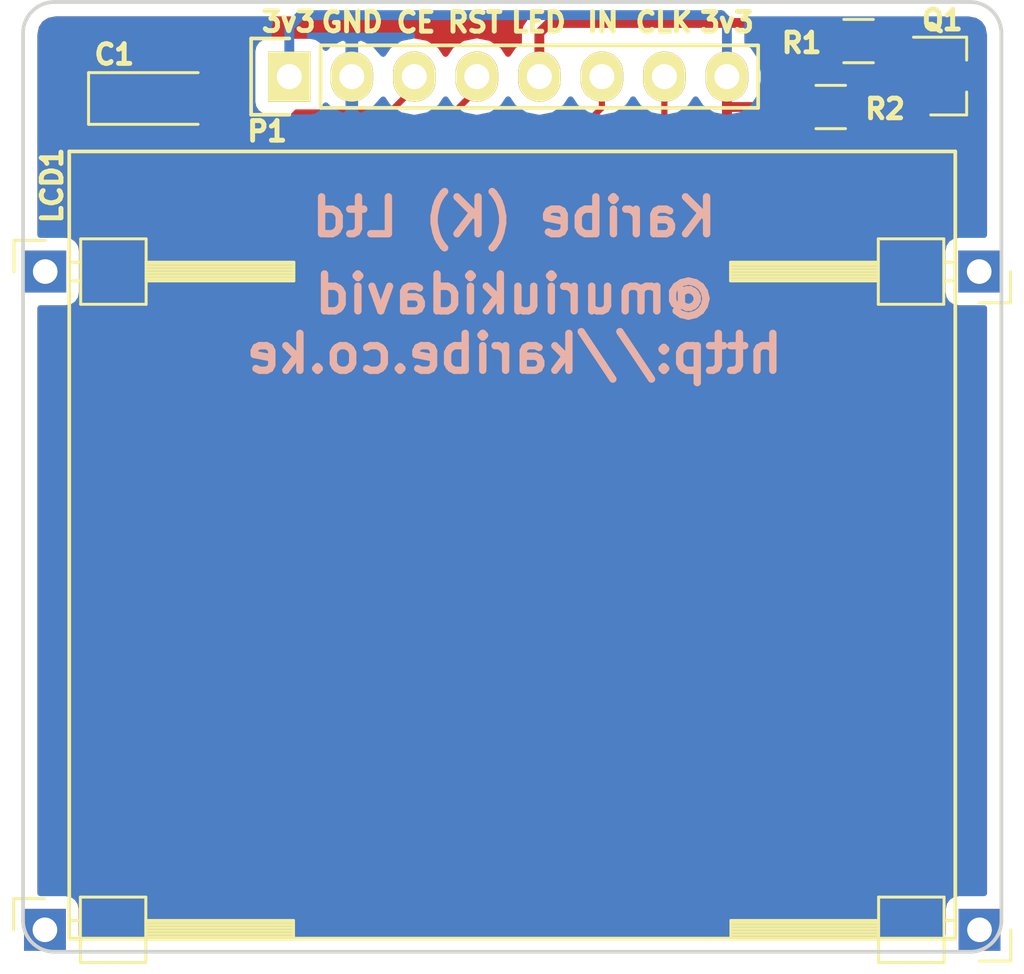
<source format=kicad_pcb>
(kicad_pcb (version 4) (host pcbnew 4.0.7)

  (general
    (links 17)
    (no_connects 0)
    (area 87.554999 210.744999 127.456001 249.503001)
    (thickness 1.6)
    (drawings 18)
    (tracks 88)
    (zones 0)
    (modules 10)
    (nets 11)
  )

  (page A4 portrait)
  (title_block
    (title "Nokia 1202 Display breakout")
    (date 2019-01-11)
    (rev 0.1)
    (company "Karibe (K) Ltd")
    (comment 1 @muriukidavid)
  )

  (layers
    (0 F.Cu signal)
    (31 B.Cu signal)
    (32 B.Adhes user)
    (33 F.Adhes user)
    (34 B.Paste user)
    (35 F.Paste user)
    (36 B.SilkS user)
    (37 F.SilkS user)
    (38 B.Mask user)
    (39 F.Mask user)
    (40 Dwgs.User user)
    (41 Cmts.User user)
    (42 Eco1.User user)
    (43 Eco2.User user)
    (44 Edge.Cuts user)
    (45 Margin user)
    (46 B.CrtYd user)
    (47 F.CrtYd user)
    (48 B.Fab user)
    (49 F.Fab user hide)
  )

  (setup
    (last_trace_width 0.25)
    (trace_clearance 0.2)
    (zone_clearance 0.508)
    (zone_45_only yes)
    (trace_min 0.2)
    (segment_width 0.2)
    (edge_width 0.15)
    (via_size 0.6)
    (via_drill 0.4)
    (via_min_size 0.4)
    (via_min_drill 0.3)
    (uvia_size 0.3)
    (uvia_drill 0.1)
    (uvias_allowed no)
    (uvia_min_size 0.2)
    (uvia_min_drill 0.1)
    (pcb_text_width 0.3)
    (pcb_text_size 1.5 1.5)
    (mod_edge_width 0.15)
    (mod_text_size 1 1)
    (mod_text_width 0.15)
    (pad_size 0.319989 2.399995)
    (pad_drill 0)
    (pad_to_mask_clearance 0.04)
    (aux_axis_origin 0 0)
    (visible_elements FFFFFF7F)
    (pcbplotparams
      (layerselection 0x010f0_80000001)
      (usegerberextensions false)
      (usegerberattributes true)
      (excludeedgelayer false)
      (linewidth 0.100000)
      (plotframeref false)
      (viasonmask false)
      (mode 1)
      (useauxorigin false)
      (hpglpennumber 1)
      (hpglpenspeed 20)
      (hpglpendiameter 15)
      (hpglpenoverlay 2)
      (psnegative false)
      (psa4output false)
      (plotreference true)
      (plotvalue true)
      (plotinvisibletext false)
      (padsonsilk false)
      (subtractmaskfromsilk false)
      (outputformat 1)
      (mirror false)
      (drillshape 0)
      (scaleselection 1)
      (outputdirectory 1202LCD_gerbers/))
  )

  (net 0 "")
  (net 1 VCC)
  (net 2 GND)
  (net 3 RESET)
  (net 4 CE)
  (net 5 MOSI)
  (net 6 CLK)
  (net 7 LED)
  (net 8 "Net-(LCD1-Pad11)")
  (net 9 LED-)
  (net 10 "Net-(Q1-Pad1)")

  (net_class Default "This is the default net class."
    (clearance 0.2)
    (trace_width 0.25)
    (via_dia 0.6)
    (via_drill 0.4)
    (uvia_dia 0.3)
    (uvia_drill 0.1)
    (add_net CE)
    (add_net CLK)
    (add_net GND)
    (add_net LED)
    (add_net LED-)
    (add_net MOSI)
    (add_net "Net-(LCD1-Pad11)")
    (add_net "Net-(Q1-Pad1)")
    (add_net RESET)
    (add_net VCC)
  )

  (module TO_SOT_Packages_SMD:SOT-23 (layer F.Cu) (tedit 5C391C55) (tstamp 5C390A76)
    (at 125.2093 213.8299)
    (descr "SOT-23, Standard")
    (tags SOT-23)
    (path /5C390944)
    (attr smd)
    (fp_text reference Q1 (at -0.2286 -2.2733) (layer F.SilkS)
      (effects (font (size 0.8 0.8) (thickness 0.2)))
    )
    (fp_text value Q_NPN_BEC (at 0 2.5) (layer F.Fab)
      (effects (font (size 1 1) (thickness 0.15)))
    )
    (fp_text user %R (at 0 0 90) (layer F.Fab)
      (effects (font (size 0.5 0.5) (thickness 0.075)))
    )
    (fp_line (start -0.7 -0.95) (end -0.7 1.5) (layer F.Fab) (width 0.1))
    (fp_line (start -0.15 -1.52) (end 0.7 -1.52) (layer F.Fab) (width 0.1))
    (fp_line (start -0.7 -0.95) (end -0.15 -1.52) (layer F.Fab) (width 0.1))
    (fp_line (start 0.7 -1.52) (end 0.7 1.52) (layer F.Fab) (width 0.1))
    (fp_line (start -0.7 1.52) (end 0.7 1.52) (layer F.Fab) (width 0.1))
    (fp_line (start 0.76 1.58) (end 0.76 0.65) (layer F.SilkS) (width 0.12))
    (fp_line (start 0.76 -1.58) (end 0.76 -0.65) (layer F.SilkS) (width 0.12))
    (fp_line (start -1.7 -1.75) (end 1.7 -1.75) (layer F.CrtYd) (width 0.05))
    (fp_line (start 1.7 -1.75) (end 1.7 1.75) (layer F.CrtYd) (width 0.05))
    (fp_line (start 1.7 1.75) (end -1.7 1.75) (layer F.CrtYd) (width 0.05))
    (fp_line (start -1.7 1.75) (end -1.7 -1.75) (layer F.CrtYd) (width 0.05))
    (fp_line (start 0.76 -1.58) (end -1.4 -1.58) (layer F.SilkS) (width 0.12))
    (fp_line (start 0.76 1.58) (end -0.7 1.58) (layer F.SilkS) (width 0.12))
    (pad 1 smd rect (at -1 -0.95) (size 0.9 0.8) (layers F.Cu F.Paste F.Mask)
      (net 10 "Net-(Q1-Pad1)"))
    (pad 2 smd rect (at -1 0.95) (size 0.9 0.8) (layers F.Cu F.Paste F.Mask)
      (net 2 GND))
    (pad 3 smd rect (at 1 0) (size 0.9 0.8) (layers F.Cu F.Paste F.Mask)
      (net 9 LED-))
    (model ${KISYS3DMOD}/TO_SOT_Packages_SMD.3dshapes/SOT-23.wrl
      (at (xyz 0 0 0))
      (scale (xyz 1 1 1))
      (rotate (xyz 0 0 0))
    )
  )

  (module Pin_Headers:Pin_Header_Straight_1x08 (layer F.Cu) (tedit 5C391C46) (tstamp 5888095F)
    (at 98.448 213.852 90)
    (descr "Through hole pin header")
    (tags "pin header")
    (path /5887EAD6)
    (fp_text reference P1 (at -2.2258 -0.8993 180) (layer F.SilkS)
      (effects (font (size 0.8 0.8) (thickness 0.2)))
    )
    (fp_text value CONN_01X08 (at 2.6924 15.0368 180) (layer F.Fab)
      (effects (font (size 1 1) (thickness 0.15)))
    )
    (fp_line (start -1.75 -1.75) (end -1.75 19.55) (layer F.CrtYd) (width 0.05))
    (fp_line (start 1.75 -1.75) (end 1.75 19.55) (layer F.CrtYd) (width 0.05))
    (fp_line (start -1.75 -1.75) (end 1.75 -1.75) (layer F.CrtYd) (width 0.05))
    (fp_line (start -1.75 19.55) (end 1.75 19.55) (layer F.CrtYd) (width 0.05))
    (fp_line (start 1.27 1.27) (end 1.27 19.05) (layer F.SilkS) (width 0.15))
    (fp_line (start 1.27 19.05) (end -1.27 19.05) (layer F.SilkS) (width 0.15))
    (fp_line (start -1.27 19.05) (end -1.27 1.27) (layer F.SilkS) (width 0.15))
    (fp_line (start 1.55 -1.55) (end 1.55 0) (layer F.SilkS) (width 0.15))
    (fp_line (start 1.27 1.27) (end -1.27 1.27) (layer F.SilkS) (width 0.15))
    (fp_line (start -1.55 0) (end -1.55 -1.55) (layer F.SilkS) (width 0.15))
    (fp_line (start -1.55 -1.55) (end 1.55 -1.55) (layer F.SilkS) (width 0.15))
    (pad 1 thru_hole rect (at 0 0 90) (size 2.032 1.7272) (drill 1.016) (layers *.Cu *.Mask F.SilkS)
      (net 1 VCC))
    (pad 2 thru_hole oval (at 0 2.54 90) (size 2.032 1.7272) (drill 1.016) (layers *.Cu *.Mask F.SilkS)
      (net 2 GND))
    (pad 3 thru_hole oval (at 0 5.08 90) (size 2.032 1.7272) (drill 1.016) (layers *.Cu *.Mask F.SilkS)
      (net 4 CE))
    (pad 4 thru_hole oval (at 0 7.62 90) (size 2.032 1.7272) (drill 1.016) (layers *.Cu *.Mask F.SilkS)
      (net 3 RESET))
    (pad 5 thru_hole oval (at 0 10.16 90) (size 2.032 1.7272) (drill 1.016) (layers *.Cu *.Mask F.SilkS)
      (net 7 LED))
    (pad 6 thru_hole oval (at 0 12.7 90) (size 2.032 1.7272) (drill 1.016) (layers *.Cu *.Mask F.SilkS)
      (net 5 MOSI))
    (pad 7 thru_hole oval (at 0 15.24 90) (size 2.032 1.7272) (drill 1.016) (layers *.Cu *.Mask F.SilkS)
      (net 6 CLK))
    (pad 8 thru_hole oval (at 0 17.78 90) (size 2.032 1.7272) (drill 1.016) (layers *.Cu *.Mask F.SilkS)
      (net 1 VCC))
    (model Pin_Headers.3dshapes/Pin_Header_Straight_1x08_Pitch2.54mm.wrl
      (at (xyz 0 -0.7 -0.07000000000000001))
      (scale (xyz 1 1 1))
      (rotate (xyz 180 0 0))
    )
  )

  (module Capacitors_Tantalum_SMD:CP_Tantalum_Case-A_EIA-3216-18_Wave (layer F.Cu) (tedit 5C391C4E) (tstamp 5C387EE3)
    (at 93.1418 214.741)
    (descr "Tantalum capacitor, Case A, EIA 3216-18, 3.2x1.6x1.6mm, Wave soldering footprint")
    (tags "capacitor tantalum smd")
    (path /5C3880FC)
    (attr smd)
    (fp_text reference C1 (at -1.8034 -1.7874) (layer F.SilkS)
      (effects (font (size 0.8 0.8) (thickness 0.2)))
    )
    (fp_text value 0.1u (at 0 2.55) (layer F.Fab)
      (effects (font (size 1 1) (thickness 0.15)))
    )
    (fp_text user %R (at 0 0) (layer F.Fab)
      (effects (font (size 0.7 0.7) (thickness 0.105)))
    )
    (fp_line (start -2.9 -1.2) (end -2.9 1.2) (layer F.CrtYd) (width 0.05))
    (fp_line (start -2.9 1.2) (end 2.9 1.2) (layer F.CrtYd) (width 0.05))
    (fp_line (start 2.9 1.2) (end 2.9 -1.2) (layer F.CrtYd) (width 0.05))
    (fp_line (start 2.9 -1.2) (end -2.9 -1.2) (layer F.CrtYd) (width 0.05))
    (fp_line (start -1.6 -0.8) (end -1.6 0.8) (layer F.Fab) (width 0.1))
    (fp_line (start -1.6 0.8) (end 1.6 0.8) (layer F.Fab) (width 0.1))
    (fp_line (start 1.6 0.8) (end 1.6 -0.8) (layer F.Fab) (width 0.1))
    (fp_line (start 1.6 -0.8) (end -1.6 -0.8) (layer F.Fab) (width 0.1))
    (fp_line (start -1.28 -0.8) (end -1.28 0.8) (layer F.Fab) (width 0.1))
    (fp_line (start -1.12 -0.8) (end -1.12 0.8) (layer F.Fab) (width 0.1))
    (fp_line (start -2.85 -1.05) (end 1.6 -1.05) (layer F.SilkS) (width 0.12))
    (fp_line (start -2.85 1.05) (end 1.6 1.05) (layer F.SilkS) (width 0.12))
    (fp_line (start -2.85 -1.05) (end -2.85 1.05) (layer F.SilkS) (width 0.12))
    (pad 1 smd rect (at -1.475 0) (size 2.15 1.1) (layers F.Cu F.Paste F.Mask)
      (net 1 VCC))
    (pad 2 smd rect (at 1.475 0) (size 2.15 1.1) (layers F.Cu F.Paste F.Mask)
      (net 2 GND))
    (model Capacitors_Tantalum_SMD.3dshapes/CP_Tantalum_Case-A_EIA-3216-18.wrl
      (at (xyz 0 0 0))
      (scale (xyz 1 1 1))
      (rotate (xyz 0 0 0))
    )
  )

  (module Resistors_SMD:R_0805 (layer F.Cu) (tedit 5C391C61) (tstamp 5C3883C4)
    (at 120.4468 215.0872 180)
    (descr "Resistor SMD 0805, reflow soldering, Vishay (see dcrcw.pdf)")
    (tags "resistor 0805")
    (path /5C3882C6)
    (attr smd)
    (fp_text reference R2 (at -2.2098 -0.0795 180) (layer F.SilkS)
      (effects (font (size 0.8 0.8) (thickness 0.2)))
    )
    (fp_text value 680 (at 0 1.75 180) (layer F.Fab)
      (effects (font (size 1 1) (thickness 0.15)))
    )
    (fp_text user %R (at 0 0 180) (layer F.Fab)
      (effects (font (size 0.5 0.5) (thickness 0.075)))
    )
    (fp_line (start -1 0.62) (end -1 -0.62) (layer F.Fab) (width 0.1))
    (fp_line (start 1 0.62) (end -1 0.62) (layer F.Fab) (width 0.1))
    (fp_line (start 1 -0.62) (end 1 0.62) (layer F.Fab) (width 0.1))
    (fp_line (start -1 -0.62) (end 1 -0.62) (layer F.Fab) (width 0.1))
    (fp_line (start 0.6 0.88) (end -0.6 0.88) (layer F.SilkS) (width 0.12))
    (fp_line (start -0.6 -0.88) (end 0.6 -0.88) (layer F.SilkS) (width 0.12))
    (fp_line (start -1.55 -0.9) (end 1.55 -0.9) (layer F.CrtYd) (width 0.05))
    (fp_line (start -1.55 -0.9) (end -1.55 0.9) (layer F.CrtYd) (width 0.05))
    (fp_line (start 1.55 0.9) (end 1.55 -0.9) (layer F.CrtYd) (width 0.05))
    (fp_line (start 1.55 0.9) (end -1.55 0.9) (layer F.CrtYd) (width 0.05))
    (pad 1 smd rect (at -0.95 0 180) (size 0.7 1.3) (layers F.Cu F.Paste F.Mask)
      (net 8 "Net-(LCD1-Pad11)"))
    (pad 2 smd rect (at 0.95 0 180) (size 0.7 1.3) (layers F.Cu F.Paste F.Mask)
      (net 1 VCC))
    (model ${KISYS3DMOD}/Resistors_SMD.3dshapes/R_0805.wrl
      (at (xyz 0 0 0))
      (scale (xyz 1 1 1))
      (rotate (xyz 0 0 0))
    )
  )

  (module Pin_Headers:Pin_Header_Angled_1x01_Pitch2.54mm (layer F.Cu) (tedit 5C39020A) (tstamp 5C388DE1)
    (at 88.519 248.5357)
    (descr "Through hole angled pin header, 1x01, 2.54mm pitch, 6mm pin length, single row")
    (tags "Through hole angled pin header THT 1x01 2.54mm single row")
    (path /5C389147)
    (fp_text reference J1 (at -0.127 -1.905) (layer F.SilkS) hide
      (effects (font (size 0.8 0.8) (thickness 0.12)))
    )
    (fp_text value Conn_01x01 (at 4.385 2.27) (layer F.Fab) hide
      (effects (font (size 1 1) (thickness 0.15)))
    )
    (fp_line (start 2.135 -1.27) (end 4.04 -1.27) (layer F.Fab) (width 0.1))
    (fp_line (start 4.04 -1.27) (end 4.04 1.27) (layer F.Fab) (width 0.1))
    (fp_line (start 4.04 1.27) (end 1.5 1.27) (layer F.Fab) (width 0.1))
    (fp_line (start 1.5 1.27) (end 1.5 -0.635) (layer F.Fab) (width 0.1))
    (fp_line (start 1.5 -0.635) (end 2.135 -1.27) (layer F.Fab) (width 0.1))
    (fp_line (start -0.32 -0.32) (end 1.5 -0.32) (layer F.Fab) (width 0.1))
    (fp_line (start -0.32 -0.32) (end -0.32 0.32) (layer F.Fab) (width 0.1))
    (fp_line (start -0.32 0.32) (end 1.5 0.32) (layer F.Fab) (width 0.1))
    (fp_line (start 4.04 -0.32) (end 10.04 -0.32) (layer F.Fab) (width 0.1))
    (fp_line (start 10.04 -0.32) (end 10.04 0.32) (layer F.Fab) (width 0.1))
    (fp_line (start 4.04 0.32) (end 10.04 0.32) (layer F.Fab) (width 0.1))
    (fp_line (start 1.44 -1.33) (end 1.44 1.33) (layer F.SilkS) (width 0.12))
    (fp_line (start 1.44 1.33) (end 4.1 1.33) (layer F.SilkS) (width 0.12))
    (fp_line (start 4.1 1.33) (end 4.1 -1.33) (layer F.SilkS) (width 0.12))
    (fp_line (start 4.1 -1.33) (end 1.44 -1.33) (layer F.SilkS) (width 0.12))
    (fp_line (start 4.1 -0.38) (end 10.1 -0.38) (layer F.SilkS) (width 0.12))
    (fp_line (start 10.1 -0.38) (end 10.1 0.38) (layer F.SilkS) (width 0.12))
    (fp_line (start 10.1 0.38) (end 4.1 0.38) (layer F.SilkS) (width 0.12))
    (fp_line (start 4.1 -0.32) (end 10.1 -0.32) (layer F.SilkS) (width 0.12))
    (fp_line (start 4.1 -0.2) (end 10.1 -0.2) (layer F.SilkS) (width 0.12))
    (fp_line (start 4.1 -0.08) (end 10.1 -0.08) (layer F.SilkS) (width 0.12))
    (fp_line (start 4.1 0.04) (end 10.1 0.04) (layer F.SilkS) (width 0.12))
    (fp_line (start 4.1 0.16) (end 10.1 0.16) (layer F.SilkS) (width 0.12))
    (fp_line (start 4.1 0.28) (end 10.1 0.28) (layer F.SilkS) (width 0.12))
    (fp_line (start 1.11 -0.38) (end 1.44 -0.38) (layer F.SilkS) (width 0.12))
    (fp_line (start 1.11 0.38) (end 1.44 0.38) (layer F.SilkS) (width 0.12))
    (fp_line (start -1.27 0) (end -1.27 -1.27) (layer F.SilkS) (width 0.12))
    (fp_line (start -1.27 -1.27) (end 0 -1.27) (layer F.SilkS) (width 0.12))
    (fp_line (start -1.8 -1.8) (end -1.8 1.8) (layer F.CrtYd) (width 0.05))
    (fp_line (start -1.8 1.8) (end 10.55 1.8) (layer F.CrtYd) (width 0.05))
    (fp_line (start 10.55 1.8) (end 10.55 -1.8) (layer F.CrtYd) (width 0.05))
    (fp_line (start 10.55 -1.8) (end -1.8 -1.8) (layer F.CrtYd) (width 0.05))
    (fp_text user %R (at 2.77 0 90) (layer F.Fab)
      (effects (font (size 1 1) (thickness 0.15)))
    )
    (pad 1 thru_hole rect (at 0 0) (size 1.7 1.7) (drill 1) (layers *.Cu *.Mask))
  )

  (module Pin_Headers:Pin_Header_Angled_1x01_Pitch2.54mm (layer F.Cu) (tedit 5C390214) (tstamp 5C388DE6)
    (at 126.492 248.5357 180)
    (descr "Through hole angled pin header, 1x01, 2.54mm pitch, 6mm pin length, single row")
    (tags "Through hole angled pin header THT 1x01 2.54mm single row")
    (path /5C38914E)
    (fp_text reference J2 (at -0.127 1.397 180) (layer F.SilkS) hide
      (effects (font (size 0.8 0.8) (thickness 0.12)))
    )
    (fp_text value Conn_01x01 (at 4.385 2.27 180) (layer F.Fab) hide
      (effects (font (size 1 1) (thickness 0.15)))
    )
    (fp_line (start 2.135 -1.27) (end 4.04 -1.27) (layer F.Fab) (width 0.1))
    (fp_line (start 4.04 -1.27) (end 4.04 1.27) (layer F.Fab) (width 0.1))
    (fp_line (start 4.04 1.27) (end 1.5 1.27) (layer F.Fab) (width 0.1))
    (fp_line (start 1.5 1.27) (end 1.5 -0.635) (layer F.Fab) (width 0.1))
    (fp_line (start 1.5 -0.635) (end 2.135 -1.27) (layer F.Fab) (width 0.1))
    (fp_line (start -0.32 -0.32) (end 1.5 -0.32) (layer F.Fab) (width 0.1))
    (fp_line (start -0.32 -0.32) (end -0.32 0.32) (layer F.Fab) (width 0.1))
    (fp_line (start -0.32 0.32) (end 1.5 0.32) (layer F.Fab) (width 0.1))
    (fp_line (start 4.04 -0.32) (end 10.04 -0.32) (layer F.Fab) (width 0.1))
    (fp_line (start 10.04 -0.32) (end 10.04 0.32) (layer F.Fab) (width 0.1))
    (fp_line (start 4.04 0.32) (end 10.04 0.32) (layer F.Fab) (width 0.1))
    (fp_line (start 1.44 -1.33) (end 1.44 1.33) (layer F.SilkS) (width 0.12))
    (fp_line (start 1.44 1.33) (end 4.1 1.33) (layer F.SilkS) (width 0.12))
    (fp_line (start 4.1 1.33) (end 4.1 -1.33) (layer F.SilkS) (width 0.12))
    (fp_line (start 4.1 -1.33) (end 1.44 -1.33) (layer F.SilkS) (width 0.12))
    (fp_line (start 4.1 -0.38) (end 10.1 -0.38) (layer F.SilkS) (width 0.12))
    (fp_line (start 10.1 -0.38) (end 10.1 0.38) (layer F.SilkS) (width 0.12))
    (fp_line (start 10.1 0.38) (end 4.1 0.38) (layer F.SilkS) (width 0.12))
    (fp_line (start 4.1 -0.32) (end 10.1 -0.32) (layer F.SilkS) (width 0.12))
    (fp_line (start 4.1 -0.2) (end 10.1 -0.2) (layer F.SilkS) (width 0.12))
    (fp_line (start 4.1 -0.08) (end 10.1 -0.08) (layer F.SilkS) (width 0.12))
    (fp_line (start 4.1 0.04) (end 10.1 0.04) (layer F.SilkS) (width 0.12))
    (fp_line (start 4.1 0.16) (end 10.1 0.16) (layer F.SilkS) (width 0.12))
    (fp_line (start 4.1 0.28) (end 10.1 0.28) (layer F.SilkS) (width 0.12))
    (fp_line (start 1.11 -0.38) (end 1.44 -0.38) (layer F.SilkS) (width 0.12))
    (fp_line (start 1.11 0.38) (end 1.44 0.38) (layer F.SilkS) (width 0.12))
    (fp_line (start -1.27 0) (end -1.27 -1.27) (layer F.SilkS) (width 0.12))
    (fp_line (start -1.27 -1.27) (end 0 -1.27) (layer F.SilkS) (width 0.12))
    (fp_line (start -1.8 -1.8) (end -1.8 1.8) (layer F.CrtYd) (width 0.05))
    (fp_line (start -1.8 1.8) (end 10.55 1.8) (layer F.CrtYd) (width 0.05))
    (fp_line (start 10.55 1.8) (end 10.55 -1.8) (layer F.CrtYd) (width 0.05))
    (fp_line (start 10.55 -1.8) (end -1.8 -1.8) (layer F.CrtYd) (width 0.05))
    (fp_text user %R (at 2.77 0 270) (layer F.Fab)
      (effects (font (size 1 1) (thickness 0.15)))
    )
    (pad 1 thru_hole rect (at 0 0 180) (size 1.7 1.7) (drill 1) (layers *.Cu *.Mask))
  )

  (module Pin_Headers:Pin_Header_Angled_1x01_Pitch2.54mm (layer F.Cu) (tedit 5C3901F1) (tstamp 5C388DEB)
    (at 88.5317 221.7768)
    (descr "Through hole angled pin header, 1x01, 2.54mm pitch, 6mm pin length, single row")
    (tags "Through hole angled pin header THT 1x01 2.54mm single row")
    (path /5C388D7E)
    (fp_text reference J3 (at -0.127 -1.778) (layer F.SilkS) hide
      (effects (font (size 0.8 0.8) (thickness 0.12)))
    )
    (fp_text value Conn_01x01 (at 4.385 2.27) (layer F.Fab) hide
      (effects (font (size 1 1) (thickness 0.15)))
    )
    (fp_line (start 2.135 -1.27) (end 4.04 -1.27) (layer F.Fab) (width 0.1))
    (fp_line (start 4.04 -1.27) (end 4.04 1.27) (layer F.Fab) (width 0.1))
    (fp_line (start 4.04 1.27) (end 1.5 1.27) (layer F.Fab) (width 0.1))
    (fp_line (start 1.5 1.27) (end 1.5 -0.635) (layer F.Fab) (width 0.1))
    (fp_line (start 1.5 -0.635) (end 2.135 -1.27) (layer F.Fab) (width 0.1))
    (fp_line (start -0.32 -0.32) (end 1.5 -0.32) (layer F.Fab) (width 0.1))
    (fp_line (start -0.32 -0.32) (end -0.32 0.32) (layer F.Fab) (width 0.1))
    (fp_line (start -0.32 0.32) (end 1.5 0.32) (layer F.Fab) (width 0.1))
    (fp_line (start 4.04 -0.32) (end 10.04 -0.32) (layer F.Fab) (width 0.1))
    (fp_line (start 10.04 -0.32) (end 10.04 0.32) (layer F.Fab) (width 0.1))
    (fp_line (start 4.04 0.32) (end 10.04 0.32) (layer F.Fab) (width 0.1))
    (fp_line (start 1.44 -1.33) (end 1.44 1.33) (layer F.SilkS) (width 0.12))
    (fp_line (start 1.44 1.33) (end 4.1 1.33) (layer F.SilkS) (width 0.12))
    (fp_line (start 4.1 1.33) (end 4.1 -1.33) (layer F.SilkS) (width 0.12))
    (fp_line (start 4.1 -1.33) (end 1.44 -1.33) (layer F.SilkS) (width 0.12))
    (fp_line (start 4.1 -0.38) (end 10.1 -0.38) (layer F.SilkS) (width 0.12))
    (fp_line (start 10.1 -0.38) (end 10.1 0.38) (layer F.SilkS) (width 0.12))
    (fp_line (start 10.1 0.38) (end 4.1 0.38) (layer F.SilkS) (width 0.12))
    (fp_line (start 4.1 -0.32) (end 10.1 -0.32) (layer F.SilkS) (width 0.12))
    (fp_line (start 4.1 -0.2) (end 10.1 -0.2) (layer F.SilkS) (width 0.12))
    (fp_line (start 4.1 -0.08) (end 10.1 -0.08) (layer F.SilkS) (width 0.12))
    (fp_line (start 4.1 0.04) (end 10.1 0.04) (layer F.SilkS) (width 0.12))
    (fp_line (start 4.1 0.16) (end 10.1 0.16) (layer F.SilkS) (width 0.12))
    (fp_line (start 4.1 0.28) (end 10.1 0.28) (layer F.SilkS) (width 0.12))
    (fp_line (start 1.11 -0.38) (end 1.44 -0.38) (layer F.SilkS) (width 0.12))
    (fp_line (start 1.11 0.38) (end 1.44 0.38) (layer F.SilkS) (width 0.12))
    (fp_line (start -1.27 0) (end -1.27 -1.27) (layer F.SilkS) (width 0.12))
    (fp_line (start -1.27 -1.27) (end 0 -1.27) (layer F.SilkS) (width 0.12))
    (fp_line (start -1.8 -1.8) (end -1.8 1.8) (layer F.CrtYd) (width 0.05))
    (fp_line (start -1.8 1.8) (end 10.55 1.8) (layer F.CrtYd) (width 0.05))
    (fp_line (start 10.55 1.8) (end 10.55 -1.8) (layer F.CrtYd) (width 0.05))
    (fp_line (start 10.55 -1.8) (end -1.8 -1.8) (layer F.CrtYd) (width 0.05))
    (fp_text user %R (at 2.77 0 90) (layer F.Fab)
      (effects (font (size 1 1) (thickness 0.15)))
    )
    (pad 1 thru_hole rect (at 0 0) (size 1.7 1.7) (drill 1) (layers *.Cu *.Mask))
  )

  (module Pin_Headers:Pin_Header_Angled_1x01_Pitch2.54mm (layer F.Cu) (tedit 5C389006) (tstamp 5C388DF0)
    (at 126.4793 221.7768 180)
    (descr "Through hole angled pin header, 1x01, 2.54mm pitch, 6mm pin length, single row")
    (tags "Through hole angled pin header THT 1x01 2.54mm single row")
    (path /5C3890AE)
    (fp_text reference J4 (at -0.127 1.905 180) (layer F.SilkS) hide
      (effects (font (size 0.8 0.8) (thickness 0.12)))
    )
    (fp_text value Conn_01x01 (at 4.385 2.27 180) (layer F.Fab) hide
      (effects (font (size 1 1) (thickness 0.15)))
    )
    (fp_line (start 2.135 -1.27) (end 4.04 -1.27) (layer F.Fab) (width 0.1))
    (fp_line (start 4.04 -1.27) (end 4.04 1.27) (layer F.Fab) (width 0.1))
    (fp_line (start 4.04 1.27) (end 1.5 1.27) (layer F.Fab) (width 0.1))
    (fp_line (start 1.5 1.27) (end 1.5 -0.635) (layer F.Fab) (width 0.1))
    (fp_line (start 1.5 -0.635) (end 2.135 -1.27) (layer F.Fab) (width 0.1))
    (fp_line (start -0.32 -0.32) (end 1.5 -0.32) (layer F.Fab) (width 0.1))
    (fp_line (start -0.32 -0.32) (end -0.32 0.32) (layer F.Fab) (width 0.1))
    (fp_line (start -0.32 0.32) (end 1.5 0.32) (layer F.Fab) (width 0.1))
    (fp_line (start 4.04 -0.32) (end 10.04 -0.32) (layer F.Fab) (width 0.1))
    (fp_line (start 10.04 -0.32) (end 10.04 0.32) (layer F.Fab) (width 0.1))
    (fp_line (start 4.04 0.32) (end 10.04 0.32) (layer F.Fab) (width 0.1))
    (fp_line (start 1.44 -1.33) (end 1.44 1.33) (layer F.SilkS) (width 0.12))
    (fp_line (start 1.44 1.33) (end 4.1 1.33) (layer F.SilkS) (width 0.12))
    (fp_line (start 4.1 1.33) (end 4.1 -1.33) (layer F.SilkS) (width 0.12))
    (fp_line (start 4.1 -1.33) (end 1.44 -1.33) (layer F.SilkS) (width 0.12))
    (fp_line (start 4.1 -0.38) (end 10.1 -0.38) (layer F.SilkS) (width 0.12))
    (fp_line (start 10.1 -0.38) (end 10.1 0.38) (layer F.SilkS) (width 0.12))
    (fp_line (start 10.1 0.38) (end 4.1 0.38) (layer F.SilkS) (width 0.12))
    (fp_line (start 4.1 -0.32) (end 10.1 -0.32) (layer F.SilkS) (width 0.12))
    (fp_line (start 4.1 -0.2) (end 10.1 -0.2) (layer F.SilkS) (width 0.12))
    (fp_line (start 4.1 -0.08) (end 10.1 -0.08) (layer F.SilkS) (width 0.12))
    (fp_line (start 4.1 0.04) (end 10.1 0.04) (layer F.SilkS) (width 0.12))
    (fp_line (start 4.1 0.16) (end 10.1 0.16) (layer F.SilkS) (width 0.12))
    (fp_line (start 4.1 0.28) (end 10.1 0.28) (layer F.SilkS) (width 0.12))
    (fp_line (start 1.11 -0.38) (end 1.44 -0.38) (layer F.SilkS) (width 0.12))
    (fp_line (start 1.11 0.38) (end 1.44 0.38) (layer F.SilkS) (width 0.12))
    (fp_line (start -1.27 0) (end -1.27 -1.27) (layer F.SilkS) (width 0.12))
    (fp_line (start -1.27 -1.27) (end 0 -1.27) (layer F.SilkS) (width 0.12))
    (fp_line (start -1.8 -1.8) (end -1.8 1.8) (layer F.CrtYd) (width 0.05))
    (fp_line (start -1.8 1.8) (end 10.55 1.8) (layer F.CrtYd) (width 0.05))
    (fp_line (start 10.55 1.8) (end 10.55 -1.8) (layer F.CrtYd) (width 0.05))
    (fp_line (start 10.55 -1.8) (end -1.8 -1.8) (layer F.CrtYd) (width 0.05))
    (fp_text user %R (at 2.77 0 270) (layer F.Fab)
      (effects (font (size 1 1) (thickness 0.15)))
    )
    (pad 1 thru_hole rect (at 0 0 180) (size 1.7 1.7) (drill 1) (layers *.Cu *.Mask))
  )

  (module Resistors_SMD:R_0805 (layer F.Cu) (tedit 5C391B92) (tstamp 5C390A7C)
    (at 121.5771 212.4075)
    (descr "Resistor SMD 0805, reflow soldering, Vishay (see dcrcw.pdf)")
    (tags "resistor 0805")
    (path /5C390C2F)
    (attr smd)
    (fp_text reference R1 (at -2.3114 0.0762) (layer F.SilkS)
      (effects (font (size 0.8 0.8) (thickness 0.2)))
    )
    (fp_text value 1K (at 0 1.75) (layer F.Fab)
      (effects (font (size 1 1) (thickness 0.15)))
    )
    (fp_text user %R (at 0 0) (layer F.Fab)
      (effects (font (size 0.5 0.5) (thickness 0.075)))
    )
    (fp_line (start -1 0.62) (end -1 -0.62) (layer F.Fab) (width 0.1))
    (fp_line (start 1 0.62) (end -1 0.62) (layer F.Fab) (width 0.1))
    (fp_line (start 1 -0.62) (end 1 0.62) (layer F.Fab) (width 0.1))
    (fp_line (start -1 -0.62) (end 1 -0.62) (layer F.Fab) (width 0.1))
    (fp_line (start 0.6 0.88) (end -0.6 0.88) (layer F.SilkS) (width 0.12))
    (fp_line (start -0.6 -0.88) (end 0.6 -0.88) (layer F.SilkS) (width 0.12))
    (fp_line (start -1.55 -0.9) (end 1.55 -0.9) (layer F.CrtYd) (width 0.05))
    (fp_line (start -1.55 -0.9) (end -1.55 0.9) (layer F.CrtYd) (width 0.05))
    (fp_line (start 1.55 0.9) (end 1.55 -0.9) (layer F.CrtYd) (width 0.05))
    (fp_line (start 1.55 0.9) (end -1.55 0.9) (layer F.CrtYd) (width 0.05))
    (pad 1 smd rect (at -0.95 0) (size 0.7 1.3) (layers F.Cu F.Paste F.Mask)
      (net 7 LED))
    (pad 2 smd rect (at 0.95 0) (size 0.7 1.3) (layers F.Cu F.Paste F.Mask)
      (net 10 "Net-(Q1-Pad1)"))
    (model ${KISYS3DMOD}/Resistors_SMD.3dshapes/R_0805.wrl
      (at (xyz 0 0 0))
      (scale (xyz 1 1 1))
      (rotate (xyz 0 0 0))
    )
  )

  (module Displays:Nokia1202LCD_folded (layer F.Cu) (tedit 5C391C6A) (tstamp 5C390A9C)
    (at 100.969 219.694)
    (path /5C387D2A)
    (fp_text reference LCD1 (at -12.1579 -1.4191 90) (layer F.SilkS)
      (effects (font (size 0.8 0.8) (thickness 0.2)))
    )
    (fp_text value Nokia1202_LCD (at 0.6564 2.6924) (layer F.Fab)
      (effects (font (size 1 1) (thickness 0.15)))
    )
    (fp_line (start 24.538 -2.8) (end 24.538 29.2) (layer F.SilkS) (width 0.15))
    (fp_line (start -11.462 -2.8) (end 24.538 -2.8) (layer F.SilkS) (width 0.15))
    (fp_line (start -11.462 -2.8) (end -11.462 29.2) (layer F.SilkS) (width 0.15))
    (fp_line (start -11.462 29.2) (end 24.538 29.2) (layer F.SilkS) (width 0.15))
    (pad 2 smd rect (at -2.702 0) (size 0.319989 2.399995) (layers F.Cu F.Paste F.Mask)
      (net 3 RESET))
    (pad 1 smd rect (at -3.302 0) (size 0.319989 2.399995) (layers F.Cu F.Paste F.Mask))
    (pad 3 smd rect (at -2.102 0) (size 0.319989 2.399995) (layers F.Cu F.Paste F.Mask)
      (net 4 CE))
    (pad 4 smd rect (at -1.502 0) (size 0.319989 2.399995) (layers F.Cu F.Paste F.Mask)
      (net 2 GND))
    (pad 5 smd rect (at -0.902 0) (size 0.319989 2.399995) (layers F.Cu F.Paste F.Mask)
      (net 5 MOSI))
    (pad 6 smd rect (at -0.302 0) (size 0.319989 2.399995) (layers F.Cu F.Paste F.Mask)
      (net 6 CLK))
    (pad 7 smd rect (at 0.298 0) (size 0.319989 2.399995) (layers F.Cu F.Paste F.Mask)
      (net 1 VCC))
    (pad 8 smd rect (at 0.898 0) (size 0.319989 2.399995) (layers F.Cu F.Paste F.Mask)
      (net 1 VCC))
    (pad 9 smd rect (at 1.498 0) (size 0.319989 2.399995) (layers F.Cu F.Paste F.Mask)
      (net 2 GND))
    (pad 10 smd rect (at 2.098 0) (size 0.319989 2.399995) (layers F.Cu F.Paste F.Mask)
      (net 9 LED-))
    (pad 11 smd rect (at 2.698 0) (size 0.319989 2.399995) (layers F.Cu F.Paste F.Mask)
      (net 8 "Net-(LCD1-Pad11)"))
    (pad 12 smd rect (at 3.298 0) (size 0.319989 2.399995) (layers F.Cu F.Paste F.Mask))
  )

  (gr_text "Karibe (K) Ltd" (at 107.5817 219.5604) (layer B.SilkS)
    (effects (font (size 1.5 1.5) (thickness 0.3)) (justify mirror))
  )
  (gr_text "@muriukidavid\nhttp://karibe.co.ke" (at 107.5944 223.9038) (layer B.SilkS)
    (effects (font (size 1.5 1.5) (thickness 0.3)) (justify mirror))
  )
  (gr_text 3v3 (at 116.2304 211.6455) (layer F.SilkS) (tstamp 5C391399)
    (effects (font (size 0.8 0.8) (thickness 0.2)))
  )
  (gr_text CLK (at 113.665 211.6455) (layer F.SilkS) (tstamp 5C391383)
    (effects (font (size 0.8 0.8) (thickness 0.2)))
  )
  (gr_text IN (at 111.1885 211.6455) (layer F.SilkS) (tstamp 5C391373)
    (effects (font (size 0.8 0.8) (thickness 0.2)))
  )
  (gr_text LED (at 108.5723 211.6455) (layer F.SilkS) (tstamp 5C391369)
    (effects (font (size 0.8 0.8) (thickness 0.2)))
  )
  (gr_text RST (at 105.9942 211.6455) (layer F.SilkS) (tstamp 5C39135D)
    (effects (font (size 0.8 0.8) (thickness 0.2)))
  )
  (gr_text CE (at 103.5939 211.6455) (layer F.SilkS) (tstamp 5C391351)
    (effects (font (size 0.8 0.8) (thickness 0.2)))
  )
  (gr_text GND (at 101.0031 211.6328) (layer F.SilkS) (tstamp 5C39133C)
    (effects (font (size 0.8 0.8) (thickness 0.2)))
  )
  (gr_text 3v3 (at 98.425 211.6201) (layer F.SilkS)
    (effects (font (size 0.8 0.8) (thickness 0.2)))
  )
  (gr_arc (start 126.111 212.09) (end 126.111 210.82) (angle 90) (layer Edge.Cuts) (width 0.15))
  (gr_arc (start 88.9 248.158) (end 88.9 249.428) (angle 90) (layer Edge.Cuts) (width 0.15))
  (gr_arc (start 126.111 248.158) (end 127.381 248.158) (angle 90) (layer Edge.Cuts) (width 0.15))
  (gr_arc (start 88.9 212.09) (end 87.63 212.09) (angle 90) (layer Edge.Cuts) (width 0.15))
  (gr_line (start 87.63 248.158) (end 87.63 212.09) (layer Edge.Cuts) (width 0.15))
  (gr_line (start 126.111 249.428) (end 88.9 249.428) (layer Edge.Cuts) (width 0.15))
  (gr_line (start 127.381 212.09) (end 127.381 248.158) (layer Edge.Cuts) (width 0.15))
  (gr_line (start 88.9 210.82) (end 126.111 210.82) (layer Edge.Cuts) (width 0.15))

  (segment (start 102.467 222.8757) (end 102.6795 223.0882) (width 0.25) (layer F.Cu) (net 0))
  (segment (start 116.228 215.877) (end 116.228 215.1912) (width 0.4) (layer F.Cu) (net 1))
  (segment (start 116.228 215.1912) (end 116.332 215.0872) (width 0.4) (layer F.Cu) (net 1))
  (segment (start 116.332 215.0872) (end 118.3005 215.0872) (width 0.4) (layer F.Cu) (net 1))
  (segment (start 118.3005 215.0872) (end 119.4968 215.0872) (width 0.4) (layer F.Cu) (net 1))
  (segment (start 116.228 215.6714) (end 116.228 215.0999) (width 0.4) (layer F.Cu) (net 1))
  (segment (start 116.228 215.0999) (end 116.228 213.852) (width 0.4) (layer F.Cu) (net 1))
  (segment (start 116.2407 215.0872) (end 116.228 215.0999) (width 0.25) (layer F.Cu) (net 1))
  (segment (start 101.267 218.4682) (end 101.267 217.9348) (width 0.4) (layer F.Cu) (net 1))
  (segment (start 101.267 217.9348) (end 101.8921 217.3097) (width 0.4) (layer F.Cu) (net 1))
  (segment (start 101.8921 217.3097) (end 114.7953 217.3097) (width 0.4) (layer F.Cu) (net 1))
  (segment (start 114.7953 217.3097) (end 116.228 215.877) (width 0.4) (layer F.Cu) (net 1))
  (segment (start 116.228 215.877) (end 116.228 215.6714) (width 0.4) (layer F.Cu) (net 1))
  (segment (start 101.267 219.694) (end 101.267 218.4682) (width 0.25) (layer F.Cu) (net 1))
  (segment (start 91.6668 214.741) (end 91.6668 223.2388) (width 0.4) (layer F.Cu) (net 1))
  (segment (start 92.583 224.155) (end 100.5459 224.155) (width 0.4) (layer F.Cu) (net 1))
  (segment (start 91.6668 223.2388) (end 92.583 224.155) (width 0.4) (layer F.Cu) (net 1))
  (segment (start 100.5459 224.155) (end 101.267 223.4339) (width 0.4) (layer F.Cu) (net 1))
  (segment (start 101.267 223.4339) (end 101.267 221.143997) (width 0.4) (layer F.Cu) (net 1))
  (segment (start 101.267 219.694) (end 101.867 219.694) (width 0.25) (layer F.Cu) (net 1))
  (segment (start 101.267 219.694) (end 101.267 221.143997) (width 0.25) (layer F.Cu) (net 1))
  (segment (start 116.228 213.852) (end 116.228 211.586) (width 0.4) (layer B.Cu) (net 1))
  (segment (start 116.228 211.586) (end 115.9954 211.3534) (width 0.4) (layer B.Cu) (net 1))
  (segment (start 115.9954 211.3534) (end 98.9203 211.3534) (width 0.4) (layer B.Cu) (net 1))
  (segment (start 98.9203 211.3534) (end 98.448 211.8257) (width 0.4) (layer B.Cu) (net 1))
  (segment (start 98.448 211.8257) (end 98.448 212.852) (width 0.4) (layer B.Cu) (net 1))
  (segment (start 116.2313 215.6681) (end 116.228 215.6714) (width 0.4) (layer F.Cu) (net 1))
  (segment (start 116.228 214.0044) (end 116.228 213.852) (width 0.4) (layer F.Cu) (net 1))
  (segment (start 117.3099 224.9551) (end 124.1077 218.1573) (width 0.25) (layer F.Cu) (net 2))
  (segment (start 124.1077 218.1573) (end 124.1077 215.7545) (width 0.25) (layer F.Cu) (net 2))
  (segment (start 103.4796 224.9551) (end 117.3099 224.9551) (width 0.25) (layer F.Cu) (net 2))
  (segment (start 102.467 223.9425) (end 103.4796 224.9551) (width 0.25) (layer F.Cu) (net 2))
  (segment (start 102.467 219.694) (end 102.467 223.9425) (width 0.25) (layer F.Cu) (net 2))
  (segment (start 95.4786 223.1009) (end 94.6168 222.2391) (width 0.25) (layer F.Cu) (net 2))
  (segment (start 94.6168 222.2391) (end 94.6168 214.741) (width 0.25) (layer F.Cu) (net 2))
  (segment (start 98.985 223.1009) (end 95.4786 223.1009) (width 0.25) (layer F.Cu) (net 2))
  (segment (start 99.467 222.6189) (end 98.985 223.1009) (width 0.25) (layer F.Cu) (net 2))
  (segment (start 99.467 219.694) (end 99.467 222.6189) (width 0.25) (layer F.Cu) (net 2))
  (segment (start 100.988 212.852) (end 100.988 212.9941) (width 0.25) (layer F.Cu) (net 2))
  (segment (start 98.267 219.694) (end 98.267 217.2137) (width 0.25) (layer F.Cu) (net 3))
  (segment (start 98.267 217.2137) (end 99.7077 215.773) (width 0.25) (layer F.Cu) (net 3))
  (segment (start 99.7077 215.773) (end 104.6734 215.773) (width 0.25) (layer F.Cu) (net 3))
  (segment (start 104.6734 215.773) (end 106.068 214.3784) (width 0.25) (layer F.Cu) (net 3))
  (segment (start 106.068 214.3784) (end 106.068 213.852) (width 0.25) (layer F.Cu) (net 3))
  (segment (start 98.867 219.694) (end 98.867 221.681) (width 0.25) (layer F.Cu) (net 4))
  (segment (start 103.528 214.3022) (end 103.528 213.852) (width 0.25) (layer F.Cu) (net 4))
  (segment (start 98.867 221.681) (end 98.5393 222.0087) (width 0.25) (layer F.Cu) (net 4))
  (segment (start 98.5393 222.0087) (end 96.7613 222.0087) (width 0.25) (layer F.Cu) (net 4))
  (segment (start 96.7613 222.0087) (end 96.4438 221.6912) (width 0.25) (layer F.Cu) (net 4))
  (segment (start 96.4438 221.6912) (end 96.4438 217.6145) (width 0.25) (layer F.Cu) (net 4))
  (segment (start 96.4438 217.6145) (end 98.748011 215.310289) (width 0.25) (layer F.Cu) (net 4))
  (segment (start 98.748011 215.310289) (end 102.519911 215.310289) (width 0.25) (layer F.Cu) (net 4))
  (segment (start 102.519911 215.310289) (end 103.528 214.3022) (width 0.25) (layer F.Cu) (net 4))
  (segment (start 100.067 219.694) (end 100.067 216.7345) (width 0.25) (layer F.Cu) (net 5))
  (segment (start 100.067 216.7345) (end 100.5205 216.281) (width 0.25) (layer F.Cu) (net 5))
  (segment (start 100.5205 216.281) (end 109.985 216.281) (width 0.25) (layer F.Cu) (net 5))
  (segment (start 109.985 216.281) (end 111.148 215.118) (width 0.25) (layer F.Cu) (net 5))
  (segment (start 111.148 215.118) (end 111.148 213.852) (width 0.25) (layer F.Cu) (net 5))
  (segment (start 100.667 219.694) (end 100.667 217.2013) (width 0.25) (layer F.Cu) (net 6))
  (segment (start 100.667 217.2013) (end 101.1301 216.7382) (width 0.25) (layer F.Cu) (net 6))
  (segment (start 101.1301 216.7382) (end 112.3569 216.7382) (width 0.25) (layer F.Cu) (net 6))
  (segment (start 113.688 215.4071) (end 113.688 213.852) (width 0.25) (layer F.Cu) (net 6))
  (segment (start 112.3569 216.7382) (end 113.688 215.4071) (width 0.25) (layer F.Cu) (net 6))
  (segment (start 120.6271 212.4075) (end 120.0271 212.4075) (width 0.4) (layer F.Cu) (net 7))
  (segment (start 120.0271 212.4075) (end 119.2905 211.6709) (width 0.4) (layer F.Cu) (net 7))
  (segment (start 119.2905 211.6709) (end 109.0168 211.6709) (width 0.4) (layer F.Cu) (net 7))
  (segment (start 109.0168 211.6709) (end 108.608 212.0797) (width 0.4) (layer F.Cu) (net 7))
  (segment (start 108.608 212.0797) (end 108.608 213.852) (width 0.4) (layer F.Cu) (net 7))
  (segment (start 121.3968 218.633) (end 121.3968 215.0872) (width 0.4) (layer F.Cu) (net 8))
  (segment (start 103.667 221.6119) (end 103.667 221.0816) (width 0.4) (layer F.Cu) (net 8))
  (segment (start 103.667 219.694) (end 103.667 221.0816) (width 0.25) (layer F.Cu) (net 8))
  (segment (start 121.3968 218.633) (end 120.8151 219.2147) (width 0.4) (layer F.Cu) (net 8))
  (segment (start 120.8151 219.2147) (end 107.0102 219.2147) (width 0.4) (layer F.Cu) (net 8))
  (segment (start 107.0102 219.2147) (end 106.1212 220.1037) (width 0.4) (layer F.Cu) (net 8))
  (segment (start 106.1212 220.1037) (end 106.1212 221.6912) (width 0.4) (layer F.Cu) (net 8))
  (segment (start 103.9876 221.9325) (end 103.667 221.6119) (width 0.4) (layer F.Cu) (net 8))
  (segment (start 106.1212 221.6912) (end 105.8926 221.9198) (width 0.4) (layer F.Cu) (net 8))
  (segment (start 105.8926 221.9198) (end 105.8926 221.9325) (width 0.4) (layer F.Cu) (net 8))
  (segment (start 105.8926 221.9325) (end 103.9876 221.9325) (width 0.4) (layer F.Cu) (net 8))
  (segment (start 103.067 219.694) (end 103.067 218.2938) (width 0.25) (layer F.Cu) (net 9))
  (segment (start 103.067 218.2938) (end 103.3907 217.9701) (width 0.4) (layer F.Cu) (net 9))
  (segment (start 120.4468 217.5891) (end 120.4468 214.1347) (width 0.4) (layer F.Cu) (net 9))
  (segment (start 103.3907 217.9701) (end 120.0658 217.9701) (width 0.4) (layer F.Cu) (net 9))
  (segment (start 120.0658 217.9701) (end 120.4468 217.5891) (width 0.4) (layer F.Cu) (net 9))
  (segment (start 120.7516 213.8299) (end 126.2093 213.8299) (width 0.4) (layer F.Cu) (net 9))
  (segment (start 120.4468 214.1347) (end 120.7516 213.8299) (width 0.4) (layer F.Cu) (net 9))
  (segment (start 122.5271 212.4075) (end 123.7369 212.4075) (width 0.4) (layer F.Cu) (net 10))
  (segment (start 123.7369 212.4075) (end 124.2093 212.8799) (width 0.4) (layer F.Cu) (net 10))

  (zone (net 2) (net_name GND) (layer F.Cu) (tstamp 0) (hatch full 0.508)
    (connect_pads (clearance 0.508))
    (min_thickness 0.254)
    (fill yes (arc_segments 16) (thermal_gap 0.508) (thermal_bridge_width 0.508) (smoothing fillet) (radius 0.8))
    (polygon
      (pts
        (xy 87.63 210.82) (xy 127.381 210.82) (xy 127.381 249.428) (xy 87.63 249.428)
      )
    )
    (filled_polygon
      (pts
        (xy 107.836561 211.760159) (xy 107.773 212.0797) (xy 107.773 212.457465) (xy 107.54833 212.607585) (xy 107.338 212.922366)
        (xy 107.12767 212.607585) (xy 106.641489 212.282729) (xy 106.068 212.168655) (xy 105.494511 212.282729) (xy 105.00833 212.607585)
        (xy 104.798 212.922366) (xy 104.58767 212.607585) (xy 104.101489 212.282729) (xy 103.528 212.168655) (xy 102.954511 212.282729)
        (xy 102.46833 212.607585) (xy 102.261539 212.917069) (xy 101.890036 212.501268) (xy 101.362791 212.247291) (xy 101.347026 212.244642)
        (xy 101.115 212.365783) (xy 101.115 213.725) (xy 101.135 213.725) (xy 101.135 213.979) (xy 101.115 213.979)
        (xy 101.115 213.999) (xy 100.861 213.999) (xy 100.861 213.979) (xy 100.841 213.979) (xy 100.841 213.725)
        (xy 100.861 213.725) (xy 100.861 212.365783) (xy 100.628974 212.244642) (xy 100.613209 212.247291) (xy 100.085964 212.501268)
        (xy 99.929093 212.676845) (xy 99.914762 212.600683) (xy 99.77569 212.384559) (xy 99.56349 212.239569) (xy 99.3116 212.18856)
        (xy 97.5844 212.18856) (xy 97.349083 212.232838) (xy 97.132959 212.37191) (xy 96.987969 212.58411) (xy 96.93696 212.836)
        (xy 96.93696 214.868) (xy 96.981238 215.103317) (xy 97.12031 215.319441) (xy 97.33251 215.464431) (xy 97.48765 215.495848)
        (xy 95.906399 217.077099) (xy 95.741652 217.323661) (xy 95.6838 217.6145) (xy 95.6838 221.6912) (xy 95.741652 221.982039)
        (xy 95.906399 222.228601) (xy 96.223899 222.546101) (xy 96.470461 222.710848) (xy 96.7613 222.7687) (xy 98.5393 222.7687)
        (xy 98.830139 222.710848) (xy 99.076701 222.546101) (xy 99.404401 222.218401) (xy 99.569148 221.971839) (xy 99.627 221.681)
        (xy 99.627 221.471217) (xy 99.655116 221.490428) (xy 99.670241 221.493491) (xy 99.705747 221.528997) (xy 99.753303 221.528997)
        (xy 99.783601 221.516447) (xy 99.907006 221.541437) (xy 100.226994 221.541437) (xy 100.37214 221.514126) (xy 100.432 221.526248)
        (xy 100.432 223.088032) (xy 100.200032 223.32) (xy 92.928868 223.32) (xy 92.5018 222.892932) (xy 92.5018 215.93844)
        (xy 92.7418 215.93844) (xy 92.977117 215.894162) (xy 93.141293 215.788518) (xy 93.182102 215.829327) (xy 93.415491 215.926)
        (xy 94.33105 215.926) (xy 94.4898 215.76725) (xy 94.4898 214.868) (xy 94.7438 214.868) (xy 94.7438 215.76725)
        (xy 94.90255 215.926) (xy 95.818109 215.926) (xy 96.051498 215.829327) (xy 96.230127 215.650699) (xy 96.3268 215.41731)
        (xy 96.3268 215.02675) (xy 96.16805 214.868) (xy 94.7438 214.868) (xy 94.4898 214.868) (xy 94.4698 214.868)
        (xy 94.4698 214.614) (xy 94.4898 214.614) (xy 94.4898 213.71475) (xy 94.7438 213.71475) (xy 94.7438 214.614)
        (xy 96.16805 214.614) (xy 96.3268 214.45525) (xy 96.3268 214.06469) (xy 96.230127 213.831301) (xy 96.051498 213.652673)
        (xy 95.818109 213.556) (xy 94.90255 213.556) (xy 94.7438 213.71475) (xy 94.4898 213.71475) (xy 94.33105 213.556)
        (xy 93.415491 213.556) (xy 93.182102 213.652673) (xy 93.14014 213.694634) (xy 92.99369 213.594569) (xy 92.7418 213.54356)
        (xy 90.5918 213.54356) (xy 90.356483 213.587838) (xy 90.140359 213.72691) (xy 89.995369 213.93911) (xy 89.94436 214.191)
        (xy 89.94436 215.291) (xy 89.988638 215.526317) (xy 90.12771 215.742441) (xy 90.33991 215.887431) (xy 90.5918 215.93844)
        (xy 90.8318 215.93844) (xy 90.8318 223.2388) (xy 90.895361 223.558341) (xy 91.025722 223.75344) (xy 91.076366 223.829234)
        (xy 91.992566 224.745434) (xy 92.263459 224.926439) (xy 92.583 224.99) (xy 100.5459 224.99) (xy 100.865441 224.926439)
        (xy 101.136334 224.745434) (xy 101.857434 224.024334) (xy 101.866852 224.010239) (xy 102.038439 223.753441) (xy 102.102 223.4339)
        (xy 102.102 221.527324) (xy 102.153337 221.517664) (xy 102.180697 221.528997) (xy 102.228253 221.528997) (xy 102.259576 221.497674)
        (xy 102.262311 221.497159) (xy 102.469677 221.363723) (xy 102.655116 221.490428) (xy 102.670241 221.493491) (xy 102.705747 221.528997)
        (xy 102.753303 221.528997) (xy 102.783601 221.516447) (xy 102.832 221.526248) (xy 102.832 221.6119) (xy 102.895561 221.931441)
        (xy 102.92937 221.982039) (xy 103.076566 222.202334) (xy 103.397166 222.522934) (xy 103.668059 222.703939) (xy 103.9876 222.7675)
        (xy 105.8926 222.7675) (xy 106.212141 222.703939) (xy 106.483034 222.522934) (xy 106.508608 222.48466) (xy 106.711634 222.281634)
        (xy 106.739894 222.23934) (xy 106.892639 222.010741) (xy 106.9562 221.6912) (xy 106.9562 220.449568) (xy 107.356068 220.0497)
        (xy 120.8151 220.0497) (xy 121.134641 219.986139) (xy 121.405534 219.805134) (xy 121.987234 219.223434) (xy 122.050466 219.1288)
        (xy 122.168239 218.952541) (xy 122.2318 218.633) (xy 122.2318 216.152175) (xy 122.343231 215.98909) (xy 122.39424 215.7372)
        (xy 122.39424 215.06565) (xy 123.1243 215.06565) (xy 123.1243 215.30621) (xy 123.220973 215.539599) (xy 123.399602 215.718227)
        (xy 123.632991 215.8149) (xy 123.92355 215.8149) (xy 124.0823 215.65615) (xy 124.0823 214.9069) (xy 124.3363 214.9069)
        (xy 124.3363 215.65615) (xy 124.49505 215.8149) (xy 124.785609 215.8149) (xy 125.018998 215.718227) (xy 125.197627 215.539599)
        (xy 125.2943 215.30621) (xy 125.2943 215.06565) (xy 125.13555 214.9069) (xy 124.3363 214.9069) (xy 124.0823 214.9069)
        (xy 123.28305 214.9069) (xy 123.1243 215.06565) (xy 122.39424 215.06565) (xy 122.39424 214.6649) (xy 125.284631 214.6649)
        (xy 125.29521 214.681341) (xy 125.50741 214.826331) (xy 125.7593 214.87734) (xy 126.6593 214.87734) (xy 126.671 214.875138)
        (xy 126.671 220.27936) (xy 125.6293 220.27936) (xy 125.393983 220.323638) (xy 125.177859 220.46271) (xy 125.032869 220.67491)
        (xy 124.98186 220.9268) (xy 124.98186 222.6268) (xy 125.026138 222.862117) (xy 125.16521 223.078241) (xy 125.37741 223.223231)
        (xy 125.6293 223.27424) (xy 126.671 223.27424) (xy 126.671 247.03826) (xy 125.642 247.03826) (xy 125.406683 247.082538)
        (xy 125.190559 247.22161) (xy 125.045569 247.43381) (xy 124.99456 247.6857) (xy 124.99456 248.718) (xy 90.01644 248.718)
        (xy 90.01644 247.6857) (xy 89.972162 247.450383) (xy 89.83309 247.234259) (xy 89.62089 247.089269) (xy 89.369 247.03826)
        (xy 88.34 247.03826) (xy 88.34 223.27424) (xy 89.3817 223.27424) (xy 89.617017 223.229962) (xy 89.833141 223.09089)
        (xy 89.978131 222.87869) (xy 90.02914 222.6268) (xy 90.02914 220.9268) (xy 89.984862 220.691483) (xy 89.84579 220.475359)
        (xy 89.63359 220.330369) (xy 89.3817 220.27936) (xy 88.34 220.27936) (xy 88.34 212.15993) (xy 88.395478 211.881021)
        (xy 88.513856 211.703855) (xy 88.691019 211.585479) (xy 88.969931 211.53) (xy 107.990348 211.53)
      )
    )
  )
  (zone (net 0) (net_name "") (layer F.Cu) (tstamp 0) (hatch full 0.508)
    (connect_pads (clearance 0.508))
    (min_thickness 0.254)
    (keepout (tracks allowed) (vias not_allowed) (copperpour not_allowed))
    (fill yes (arc_segments 16) (thermal_gap 0.508) (thermal_bridge_width 0.508))
    (polygon
      (pts
        (xy 97.155 218.17) (xy 104.775 218.17) (xy 104.775 221.218) (xy 97.155 221.218)
      )
    )
  )
  (zone (net 2) (net_name GND) (layer B.Cu) (tstamp 5A685307) (hatch full 0.508)
    (connect_pads (clearance 0.508))
    (min_thickness 0.254)
    (fill yes (arc_segments 16) (thermal_gap 0.508) (thermal_bridge_width 0.508) (smoothing fillet) (radius 0.8))
    (polygon
      (pts
        (xy 87.63 210.82) (xy 127.381 210.82) (xy 127.381 249.428) (xy 87.63 249.428)
      )
    )
    (filled_polygon
      (pts
        (xy 97.613 211.8257) (xy 97.613 212.18856) (xy 97.5844 212.18856) (xy 97.349083 212.232838) (xy 97.132959 212.37191)
        (xy 96.987969 212.58411) (xy 96.93696 212.836) (xy 96.93696 214.868) (xy 96.981238 215.103317) (xy 97.12031 215.319441)
        (xy 97.33251 215.464431) (xy 97.5844 215.51544) (xy 99.3116 215.51544) (xy 99.546917 215.471162) (xy 99.763041 215.33209)
        (xy 99.908031 215.11989) (xy 99.927232 215.025073) (xy 100.085964 215.202732) (xy 100.613209 215.456709) (xy 100.628974 215.459358)
        (xy 100.861 215.338217) (xy 100.861 213.979) (xy 100.841 213.979) (xy 100.841 213.725) (xy 100.861 213.725)
        (xy 100.861 212.365783) (xy 100.628974 212.244642) (xy 100.613209 212.247291) (xy 100.085964 212.501268) (xy 99.929093 212.676845)
        (xy 99.914762 212.600683) (xy 99.77569 212.384559) (xy 99.56349 212.239569) (xy 99.3116 212.18856) (xy 99.283 212.18856)
        (xy 99.283 212.1884) (xy 103.428735 212.1884) (xy 102.954511 212.282729) (xy 102.46833 212.607585) (xy 102.261539 212.917069)
        (xy 101.890036 212.501268) (xy 101.362791 212.247291) (xy 101.347026 212.244642) (xy 101.115 212.365783) (xy 101.115 213.725)
        (xy 101.135 213.725) (xy 101.135 213.979) (xy 101.115 213.979) (xy 101.115 215.338217) (xy 101.347026 215.459358)
        (xy 101.362791 215.456709) (xy 101.890036 215.202732) (xy 102.261539 214.786931) (xy 102.46833 215.096415) (xy 102.954511 215.421271)
        (xy 103.528 215.535345) (xy 104.101489 215.421271) (xy 104.58767 215.096415) (xy 104.798 214.781634) (xy 105.00833 215.096415)
        (xy 105.494511 215.421271) (xy 106.068 215.535345) (xy 106.641489 215.421271) (xy 107.12767 215.096415) (xy 107.338 214.781634)
        (xy 107.54833 215.096415) (xy 108.034511 215.421271) (xy 108.608 215.535345) (xy 109.181489 215.421271) (xy 109.66767 215.096415)
        (xy 109.878 214.781634) (xy 110.08833 215.096415) (xy 110.574511 215.421271) (xy 111.148 215.535345) (xy 111.721489 215.421271)
        (xy 112.20767 215.096415) (xy 112.418 214.781634) (xy 112.62833 215.096415) (xy 113.114511 215.421271) (xy 113.688 215.535345)
        (xy 114.261489 215.421271) (xy 114.74767 215.096415) (xy 114.958 214.781634) (xy 115.16833 215.096415) (xy 115.654511 215.421271)
        (xy 116.228 215.535345) (xy 116.801489 215.421271) (xy 117.28767 215.096415) (xy 117.612526 214.610234) (xy 117.7266 214.036745)
        (xy 117.7266 213.667255) (xy 117.612526 213.093766) (xy 117.28767 212.607585) (xy 117.063 212.457465) (xy 117.063 211.586)
        (xy 117.051861 211.53) (xy 126.04107 211.53) (xy 126.319979 211.585478) (xy 126.497145 211.703856) (xy 126.615521 211.881019)
        (xy 126.671 212.159931) (xy 126.671 220.27936) (xy 125.6293 220.27936) (xy 125.393983 220.323638) (xy 125.177859 220.46271)
        (xy 125.032869 220.67491) (xy 124.98186 220.9268) (xy 124.98186 222.6268) (xy 125.026138 222.862117) (xy 125.16521 223.078241)
        (xy 125.37741 223.223231) (xy 125.6293 223.27424) (xy 126.671 223.27424) (xy 126.671 247.03826) (xy 125.642 247.03826)
        (xy 125.406683 247.082538) (xy 125.190559 247.22161) (xy 125.045569 247.43381) (xy 124.99456 247.6857) (xy 124.99456 248.718)
        (xy 90.01644 248.718) (xy 90.01644 247.6857) (xy 89.972162 247.450383) (xy 89.83309 247.234259) (xy 89.62089 247.089269)
        (xy 89.369 247.03826) (xy 88.34 247.03826) (xy 88.34 223.27424) (xy 89.3817 223.27424) (xy 89.617017 223.229962)
        (xy 89.833141 223.09089) (xy 89.978131 222.87869) (xy 90.02914 222.6268) (xy 90.02914 220.9268) (xy 89.984862 220.691483)
        (xy 89.84579 220.475359) (xy 89.63359 220.330369) (xy 89.3817 220.27936) (xy 88.34 220.27936) (xy 88.34 212.15993)
        (xy 88.395478 211.881021) (xy 88.513856 211.703855) (xy 88.691019 211.585479) (xy 88.969931 211.53) (xy 97.671819 211.53)
      )
    )
  )
)

</source>
